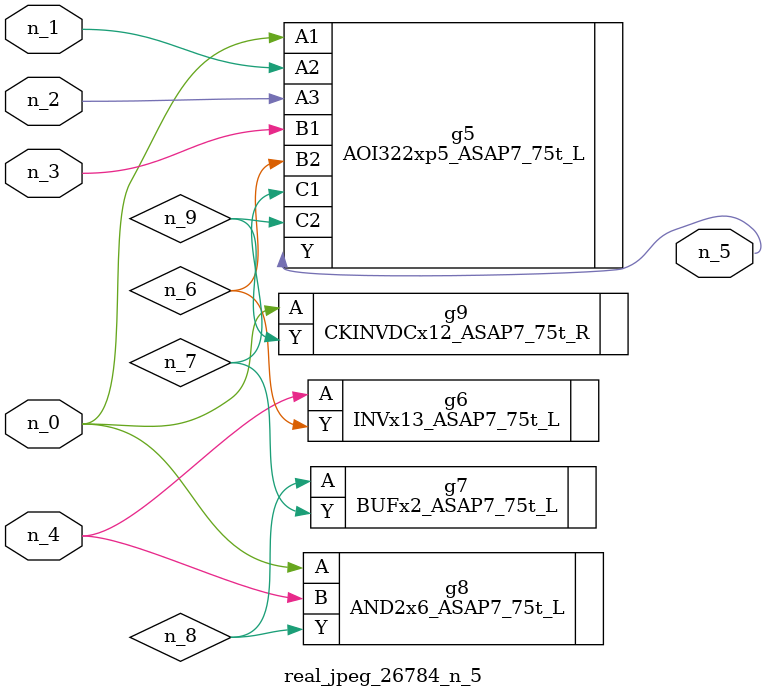
<source format=v>
module real_jpeg_26784_n_5 (n_4, n_0, n_1, n_2, n_3, n_5);

input n_4;
input n_0;
input n_1;
input n_2;
input n_3;

output n_5;

wire n_8;
wire n_6;
wire n_7;
wire n_9;

AOI322xp5_ASAP7_75t_L g5 ( 
.A1(n_0),
.A2(n_1),
.A3(n_2),
.B1(n_3),
.B2(n_6),
.C1(n_7),
.C2(n_9),
.Y(n_5)
);

AND2x6_ASAP7_75t_L g8 ( 
.A(n_0),
.B(n_4),
.Y(n_8)
);

CKINVDCx12_ASAP7_75t_R g9 ( 
.A(n_0),
.Y(n_9)
);

INVx13_ASAP7_75t_L g6 ( 
.A(n_4),
.Y(n_6)
);

BUFx2_ASAP7_75t_L g7 ( 
.A(n_8),
.Y(n_7)
);


endmodule
</source>
